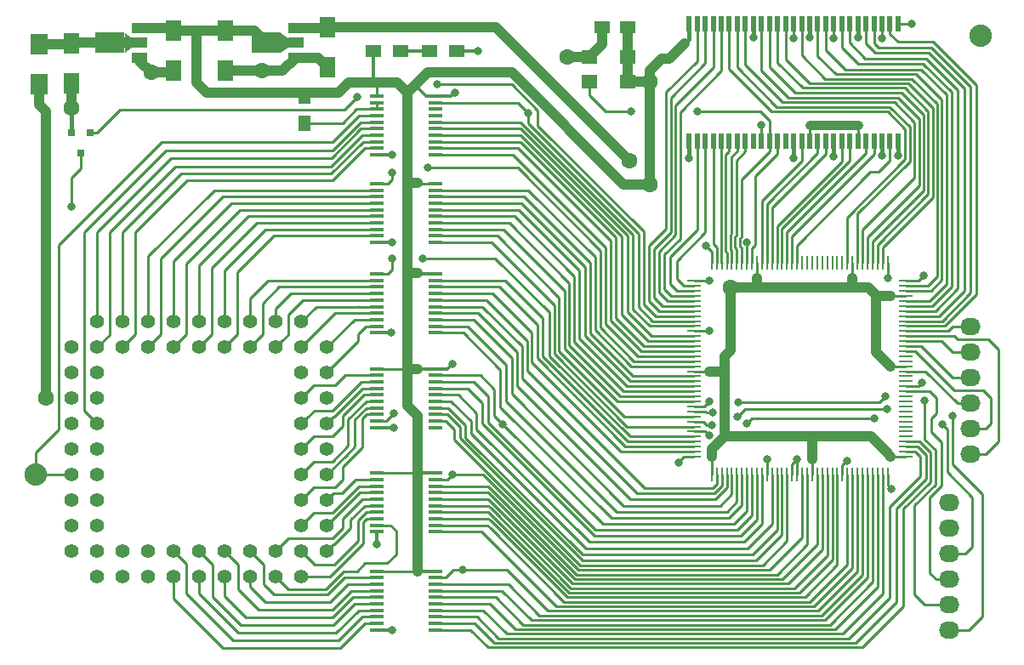
<source format=gbr>
G04 #@! TF.GenerationSoftware,KiCad,Pcbnew,(2017-11-24 revision a01d81e4b)-master*
G04 #@! TF.CreationDate,2018-01-27T17:30:05+01:00*
G04 #@! TF.ProjectId,phram_1,706872616D5F312E6B696361645F7063,rev?*
G04 #@! TF.SameCoordinates,Original*
G04 #@! TF.FileFunction,Copper,L1,Top,Signal*
G04 #@! TF.FilePolarity,Positive*
%FSLAX46Y46*%
G04 Gerber Fmt 4.6, Leading zero omitted, Abs format (unit mm)*
G04 Created by KiCad (PCBNEW (2017-11-24 revision a01d81e4b)-master) date Sat Jan 27 17:30:05 2018*
%MOMM*%
%LPD*%
G01*
G04 APERTURE LIST*
%ADD10C,1.400000*%
%ADD11R,0.548000X1.520000*%
%ADD12R,1.450000X0.450000*%
%ADD13R,0.250000X1.450000*%
%ADD14R,1.450000X0.250000*%
%ADD15R,1.600000X2.000000*%
%ADD16R,1.501140X1.000760*%
%ADD17R,2.999740X1.998980*%
%ADD18C,0.749300*%
%ADD19C,0.100000*%
%ADD20R,1.500000X1.250000*%
%ADD21O,2.032000X1.727200*%
%ADD22R,0.800100X0.800100*%
%ADD23R,1.600000X1.350000*%
%ADD24C,2.235200*%
%ADD25R,1.500000X1.300000*%
%ADD26R,1.300000X1.500000*%
%ADD27R,1.700000X2.000000*%
%ADD28C,0.800000*%
%ADD29C,1.600000*%
%ADD30C,0.254000*%
%ADD31C,1.000000*%
%ADD32C,0.300000*%
%ADD33C,0.900000*%
%ADD34C,0.400000*%
G04 APERTURE END LIST*
D10*
X68780000Y-82305000D03*
X66240000Y-84845000D03*
X66240000Y-82305000D03*
X63700000Y-84845000D03*
X63700000Y-82305000D03*
X61160000Y-84845000D03*
X61160000Y-82305000D03*
X58620000Y-84845000D03*
X58620000Y-82305000D03*
X56080000Y-84845000D03*
X58620000Y-87385000D03*
X56080000Y-87385000D03*
X58620000Y-89925000D03*
X56080000Y-89925000D03*
X58620000Y-92465000D03*
X56080000Y-92465000D03*
X58620000Y-95005000D03*
X56080000Y-95005000D03*
X58620000Y-97545000D03*
X56080000Y-97545000D03*
X58620000Y-100085000D03*
X56080000Y-100085000D03*
X58620000Y-102625000D03*
X56080000Y-102625000D03*
X58620000Y-105165000D03*
X56080000Y-105165000D03*
X58620000Y-107705000D03*
X61160000Y-105165000D03*
X61160000Y-107705000D03*
X63700000Y-105165000D03*
X63700000Y-107705000D03*
X66240000Y-105165000D03*
X66240000Y-107705000D03*
X68780000Y-105165000D03*
X68780000Y-107705000D03*
X71320000Y-105165000D03*
X71320000Y-107705000D03*
X73860000Y-105165000D03*
X73860000Y-107705000D03*
X76400000Y-105165000D03*
X76400000Y-107705000D03*
X78940000Y-105165000D03*
X78940000Y-107705000D03*
X81480000Y-105165000D03*
X78940000Y-102625000D03*
X81480000Y-102625000D03*
X78940000Y-100085000D03*
X81480000Y-100085000D03*
X78940000Y-97545000D03*
X81480000Y-97545000D03*
X78940000Y-95005000D03*
X81480000Y-95005000D03*
X78940000Y-92465000D03*
X81480000Y-92465000D03*
X78940000Y-89925000D03*
X81480000Y-89925000D03*
X78940000Y-87385000D03*
X81480000Y-87385000D03*
X78940000Y-84845000D03*
X81480000Y-84845000D03*
X78940000Y-82305000D03*
X76400000Y-84845000D03*
X76400000Y-82305000D03*
X73860000Y-84845000D03*
X73860000Y-82305000D03*
X71320000Y-84845000D03*
X71320000Y-82305000D03*
X68780000Y-84845000D03*
D11*
X138355000Y-52620000D03*
X137555000Y-52620000D03*
X136755000Y-52620000D03*
X135955000Y-52620000D03*
X135155000Y-52620000D03*
X134355000Y-52620000D03*
X133555000Y-52620000D03*
X132755000Y-52620000D03*
X131955000Y-52620000D03*
X131155000Y-52620000D03*
X130355000Y-52620000D03*
X129555000Y-52620000D03*
X128755000Y-52620000D03*
X127955000Y-52620000D03*
X127155000Y-52620000D03*
X126355000Y-52620000D03*
X125555000Y-52620000D03*
X124755000Y-52620000D03*
X123955000Y-52620000D03*
X123155000Y-52620000D03*
X122355000Y-52620000D03*
X121555000Y-52620000D03*
X120755000Y-52620000D03*
X119955000Y-52620000D03*
X119155000Y-52620000D03*
X118355000Y-52620000D03*
X117555000Y-52620000D03*
X117555000Y-64300000D03*
X118355000Y-64300000D03*
X119155000Y-64300000D03*
X119955000Y-64300000D03*
X120755000Y-64300000D03*
X121555000Y-64300000D03*
X122355000Y-64300000D03*
X123155000Y-64300000D03*
X123955000Y-64300000D03*
X124755000Y-64300000D03*
X125555000Y-64300000D03*
X126355000Y-64300000D03*
X127155000Y-64300000D03*
X127955000Y-64300000D03*
X128755000Y-64300000D03*
X129555000Y-64300000D03*
X130355000Y-64300000D03*
X131155000Y-64300000D03*
X131955000Y-64300000D03*
X132755000Y-64300000D03*
X133555000Y-64300000D03*
X134355000Y-64300000D03*
X135155000Y-64300000D03*
X135955000Y-64300000D03*
X136755000Y-64300000D03*
X137555000Y-64300000D03*
X138355000Y-64300000D03*
D12*
X86420000Y-107135000D03*
X86420000Y-107785000D03*
X86420000Y-108435000D03*
X86420000Y-109085000D03*
X86420000Y-109735000D03*
X86420000Y-110385000D03*
X86420000Y-111035000D03*
X86420000Y-111685000D03*
X86420000Y-112335000D03*
X86420000Y-112985000D03*
X92320000Y-112985000D03*
X92320000Y-112335000D03*
X92320000Y-111685000D03*
X92320000Y-111035000D03*
X92320000Y-110385000D03*
X92320000Y-109735000D03*
X92320000Y-109085000D03*
X92320000Y-108435000D03*
X92320000Y-107785000D03*
X92320000Y-107135000D03*
X86420000Y-97375000D03*
X86420000Y-98025000D03*
X86420000Y-98675000D03*
X86420000Y-99325000D03*
X86420000Y-99975000D03*
X86420000Y-100625000D03*
X86420000Y-101275000D03*
X86420000Y-101925000D03*
X86420000Y-102575000D03*
X86420000Y-103225000D03*
X92320000Y-103225000D03*
X92320000Y-102575000D03*
X92320000Y-101925000D03*
X92320000Y-101275000D03*
X92320000Y-100625000D03*
X92320000Y-99975000D03*
X92320000Y-99325000D03*
X92320000Y-98675000D03*
X92320000Y-98025000D03*
X92320000Y-97375000D03*
X86420000Y-86985000D03*
X86420000Y-87635000D03*
X86420000Y-88285000D03*
X86420000Y-88935000D03*
X86420000Y-89585000D03*
X86420000Y-90235000D03*
X86420000Y-90885000D03*
X86420000Y-91535000D03*
X86420000Y-92185000D03*
X86420000Y-92835000D03*
X92320000Y-92835000D03*
X92320000Y-92185000D03*
X92320000Y-91535000D03*
X92320000Y-90885000D03*
X92320000Y-90235000D03*
X92320000Y-89585000D03*
X92320000Y-88935000D03*
X92320000Y-88285000D03*
X92320000Y-87635000D03*
X92320000Y-86985000D03*
X86420000Y-59845000D03*
X86420000Y-60495000D03*
X86420000Y-61145000D03*
X86420000Y-61795000D03*
X86420000Y-62445000D03*
X86420000Y-63095000D03*
X86420000Y-63745000D03*
X86420000Y-64395000D03*
X86420000Y-65045000D03*
X86420000Y-65695000D03*
X92320000Y-65695000D03*
X92320000Y-65045000D03*
X92320000Y-64395000D03*
X92320000Y-63745000D03*
X92320000Y-63095000D03*
X92320000Y-62445000D03*
X92320000Y-61795000D03*
X92320000Y-61145000D03*
X92320000Y-60495000D03*
X92320000Y-59845000D03*
X86420000Y-77555000D03*
X86420000Y-78205000D03*
X86420000Y-78855000D03*
X86420000Y-79505000D03*
X86420000Y-80155000D03*
X86420000Y-80805000D03*
X86420000Y-81455000D03*
X86420000Y-82105000D03*
X86420000Y-82755000D03*
X86420000Y-83405000D03*
X92320000Y-83405000D03*
X92320000Y-82755000D03*
X92320000Y-82105000D03*
X92320000Y-81455000D03*
X92320000Y-80805000D03*
X92320000Y-80155000D03*
X92320000Y-79505000D03*
X92320000Y-78855000D03*
X92320000Y-78205000D03*
X92320000Y-77555000D03*
X86420000Y-68575000D03*
X86420000Y-69225000D03*
X86420000Y-69875000D03*
X86420000Y-70525000D03*
X86420000Y-71175000D03*
X86420000Y-71825000D03*
X86420000Y-72475000D03*
X86420000Y-73125000D03*
X86420000Y-73775000D03*
X86420000Y-74425000D03*
X92320000Y-74425000D03*
X92320000Y-73775000D03*
X92320000Y-73125000D03*
X92320000Y-72475000D03*
X92320000Y-71825000D03*
X92320000Y-71175000D03*
X92320000Y-70525000D03*
X92320000Y-69875000D03*
X92320000Y-69225000D03*
X92320000Y-68575000D03*
D13*
X137305000Y-76445000D03*
X136805000Y-76445000D03*
X136305000Y-76445000D03*
X135805000Y-76445000D03*
X135305000Y-76445000D03*
X134805000Y-76445000D03*
X134305000Y-76445000D03*
X133805000Y-76445000D03*
X133305000Y-76445000D03*
X132805000Y-76445000D03*
X132305000Y-76445000D03*
X131805000Y-76445000D03*
X131305000Y-76445000D03*
X130805000Y-76445000D03*
X130305000Y-76445000D03*
X129805000Y-76445000D03*
X129305000Y-76445000D03*
X128805000Y-76445000D03*
X128305000Y-76445000D03*
X127805000Y-76445000D03*
X127305000Y-76445000D03*
X126805000Y-76445000D03*
X126305000Y-76445000D03*
X125805000Y-76445000D03*
X125305000Y-76445000D03*
X124805000Y-76445000D03*
X124305000Y-76445000D03*
X123805000Y-76445000D03*
X123305000Y-76445000D03*
X122805000Y-76445000D03*
X122305000Y-76445000D03*
X121805000Y-76445000D03*
X121305000Y-76445000D03*
X120805000Y-76445000D03*
X120305000Y-76445000D03*
X119805000Y-76445000D03*
D14*
X118005000Y-78245000D03*
X118005000Y-78745000D03*
X118005000Y-79245000D03*
X118005000Y-79745000D03*
X118005000Y-80245000D03*
X118005000Y-80745000D03*
X118005000Y-81245000D03*
X118005000Y-81745000D03*
X118005000Y-82245000D03*
X118005000Y-82745000D03*
X118005000Y-83245000D03*
X118005000Y-83745000D03*
X118005000Y-84245000D03*
X118005000Y-84745000D03*
X118005000Y-85245000D03*
X118005000Y-85745000D03*
X118005000Y-86245000D03*
X118005000Y-86745000D03*
X118005000Y-87245000D03*
X118005000Y-87745000D03*
X118005000Y-88245000D03*
X118005000Y-88745000D03*
X118005000Y-89245000D03*
X118005000Y-89745000D03*
X118005000Y-90245000D03*
X118005000Y-90745000D03*
X118005000Y-91245000D03*
X118005000Y-91745000D03*
X118005000Y-92245000D03*
X118005000Y-92745000D03*
X118005000Y-93245000D03*
X118005000Y-93745000D03*
X118005000Y-94245000D03*
X118005000Y-94745000D03*
X118005000Y-95245000D03*
X118005000Y-95745000D03*
D13*
X119805000Y-97545000D03*
X120305000Y-97545000D03*
X120805000Y-97545000D03*
X121305000Y-97545000D03*
X121805000Y-97545000D03*
X122305000Y-97545000D03*
X122805000Y-97545000D03*
X123305000Y-97545000D03*
X123805000Y-97545000D03*
X124305000Y-97545000D03*
X124805000Y-97545000D03*
X125305000Y-97545000D03*
X125805000Y-97545000D03*
X126305000Y-97545000D03*
X126805000Y-97545000D03*
X127305000Y-97545000D03*
X127805000Y-97545000D03*
X128305000Y-97545000D03*
X128805000Y-97545000D03*
X129305000Y-97545000D03*
X129805000Y-97545000D03*
X130305000Y-97545000D03*
X130805000Y-97545000D03*
X131305000Y-97545000D03*
X131805000Y-97545000D03*
X132305000Y-97545000D03*
X132805000Y-97545000D03*
X133305000Y-97545000D03*
X133805000Y-97545000D03*
X134305000Y-97545000D03*
X134805000Y-97545000D03*
X135305000Y-97545000D03*
X135805000Y-97545000D03*
X136305000Y-97545000D03*
X136805000Y-97545000D03*
X137305000Y-97545000D03*
D14*
X139105000Y-95745000D03*
X139105000Y-95245000D03*
X139105000Y-94745000D03*
X139105000Y-94245000D03*
X139105000Y-93745000D03*
X139105000Y-93245000D03*
X139105000Y-92745000D03*
X139105000Y-92245000D03*
X139105000Y-91745000D03*
X139105000Y-91245000D03*
X139105000Y-90745000D03*
X139105000Y-90245000D03*
X139105000Y-89745000D03*
X139105000Y-89245000D03*
X139105000Y-88745000D03*
X139105000Y-88245000D03*
X139105000Y-87745000D03*
X139105000Y-87245000D03*
X139105000Y-86745000D03*
X139105000Y-86245000D03*
X139105000Y-85745000D03*
X139105000Y-85245000D03*
X139105000Y-84745000D03*
X139105000Y-84245000D03*
X139105000Y-83745000D03*
X139105000Y-83245000D03*
X139105000Y-82745000D03*
X139105000Y-82245000D03*
X139105000Y-81745000D03*
X139105000Y-81245000D03*
X139105000Y-80745000D03*
X139105000Y-80245000D03*
X139105000Y-79745000D03*
X139105000Y-79245000D03*
X139105000Y-78745000D03*
X139105000Y-78245000D03*
D15*
X71415000Y-53350000D03*
X71415000Y-57350000D03*
X81575000Y-53000000D03*
X81575000Y-57000000D03*
X56080000Y-54620000D03*
X56080000Y-58620000D03*
X66240000Y-53350000D03*
X66240000Y-57350000D03*
D16*
X78400000Y-56056140D03*
X78400000Y-54555000D03*
X78400000Y-53053860D03*
D17*
X75448520Y-54555000D03*
D18*
X77297640Y-54555000D03*
D19*
G36*
X76922990Y-53554240D02*
X77672290Y-54054620D01*
X77672290Y-55055380D01*
X76922990Y-55555760D01*
X76922990Y-53554240D01*
X76922990Y-53554240D01*
G37*
D16*
X62841480Y-56056140D03*
X62841480Y-54555000D03*
X62841480Y-53053860D03*
D17*
X59890000Y-54555000D03*
D18*
X61739120Y-54555000D03*
D19*
G36*
X61364470Y-53554240D02*
X62113770Y-54054620D01*
X62113770Y-55055380D01*
X61364470Y-55555760D01*
X61364470Y-53554240D01*
X61364470Y-53554240D01*
G37*
D20*
X111400000Y-53000000D03*
X108900000Y-53000000D03*
D21*
X143415000Y-100330000D03*
X143415000Y-102870000D03*
X143415000Y-105410000D03*
X143415000Y-107950000D03*
X143415000Y-110490000D03*
X143415000Y-113030000D03*
D22*
X57935000Y-63509240D03*
X56035000Y-63509240D03*
X56985000Y-65508220D03*
D23*
X111400000Y-55950000D03*
X107600000Y-55950000D03*
X107600000Y-58450000D03*
X111400000Y-58450000D03*
D21*
X145542000Y-82804000D03*
X145542000Y-85344000D03*
X145542000Y-87884000D03*
X145542000Y-90424000D03*
X145542000Y-92964000D03*
X145542000Y-95504000D03*
D24*
X146558000Y-53848000D03*
D25*
X94394000Y-55372000D03*
X91694000Y-55372000D03*
D26*
X79248000Y-59864000D03*
X79248000Y-62564000D03*
D25*
X86106000Y-55372000D03*
X88806000Y-55372000D03*
D27*
X52832000Y-58642000D03*
X52832000Y-54642000D03*
D24*
X52500000Y-97545000D03*
D28*
X90500000Y-77500000D03*
X90500000Y-68500000D03*
X139700000Y-52620000D03*
X136755000Y-54102000D03*
X127955000Y-54102000D03*
X131955000Y-54102000D03*
X134355000Y-62738000D03*
X129555000Y-62738000D03*
X124755000Y-62738000D03*
X117094000Y-54610000D03*
D29*
X113600000Y-58450000D03*
X113600000Y-68616397D03*
X121700000Y-78900000D03*
D28*
X90500000Y-107135000D03*
X90500000Y-97375000D03*
X94000000Y-86500000D03*
X94228904Y-59482072D03*
X137630000Y-86745000D03*
X137630000Y-79745000D03*
X119596000Y-87245000D03*
X119805000Y-95720000D03*
X129805000Y-95974000D03*
X133805000Y-77940000D03*
X124305000Y-77940000D03*
X137630000Y-95745000D03*
X137675896Y-98925101D03*
X133264319Y-96132275D03*
X88138000Y-92835000D03*
X96520000Y-55372000D03*
X87884000Y-83405000D03*
D29*
X105400000Y-55950000D03*
D28*
X140745037Y-88385209D03*
X116500000Y-96300000D03*
X119558858Y-90283775D03*
X134355000Y-54000000D03*
X129555000Y-54000000D03*
X123955000Y-54000000D03*
X138355000Y-65800000D03*
X136755000Y-65800000D03*
X131955000Y-65900000D03*
X127955000Y-66000000D03*
X117555000Y-66000000D03*
X123305000Y-74400000D03*
X88000000Y-112985000D03*
X86420000Y-104500000D03*
X88000000Y-74425000D03*
X88000000Y-65695000D03*
D29*
X64000000Y-57500000D03*
X75000000Y-57350000D03*
D28*
X119596000Y-83245000D03*
X128305000Y-95974000D03*
X140932000Y-77686000D03*
X119215000Y-74765000D03*
D29*
X56080000Y-61065000D03*
X111615300Y-66299035D03*
D28*
X119596000Y-78245000D03*
X125305000Y-95974000D03*
X137305000Y-77940000D03*
X111800000Y-61400000D03*
X118400000Y-61400000D03*
D29*
X53500000Y-89925000D03*
D28*
X84500725Y-59969856D03*
X92494210Y-58705325D03*
X56080000Y-70860000D03*
X123277005Y-92460216D03*
X142742213Y-92513827D03*
X136000000Y-91900000D03*
X119584157Y-93645736D03*
X141027590Y-90197368D03*
X122460141Y-90288260D03*
X137100000Y-89700000D03*
X119867422Y-91379621D03*
X143761611Y-91703143D03*
X122358488Y-91735609D03*
X137300000Y-91000000D03*
X119800000Y-92600000D03*
X91000000Y-76000000D03*
X88000000Y-76000000D03*
X91500000Y-67000000D03*
X87995000Y-67500000D03*
X95000000Y-107000000D03*
X94000000Y-97500000D03*
X99000000Y-92500000D03*
X101500000Y-61500000D03*
X88138000Y-91440000D03*
D30*
X86420000Y-97375000D02*
X90500000Y-97375000D01*
D31*
X89500000Y-87000000D02*
X89500000Y-90678000D01*
X90500000Y-97375000D02*
X90500000Y-91678000D01*
X90500000Y-91678000D02*
X89500000Y-90678000D01*
D30*
X86420000Y-107135000D02*
X90500000Y-107135000D01*
D31*
X90500000Y-97375000D02*
X90500000Y-107135000D01*
D32*
X86106000Y-55372000D02*
X86106000Y-58106000D01*
D30*
X86106000Y-58106000D02*
X86500000Y-58500000D01*
D31*
X69500000Y-59500000D02*
X80010000Y-59500000D01*
X80010000Y-59500000D02*
X82658014Y-59500000D01*
D30*
X79248000Y-59864000D02*
X79646000Y-59864000D01*
X79646000Y-59864000D02*
X80010000Y-59500000D01*
D31*
X68500000Y-53350000D02*
X68500000Y-58500000D01*
X82658014Y-59500000D02*
X83658014Y-58500000D01*
X68500000Y-58500000D02*
X69500000Y-59500000D01*
X83658014Y-58500000D02*
X85852000Y-58500000D01*
X85852000Y-58500000D02*
X86500000Y-58500000D01*
D33*
X129555000Y-62738000D02*
X134355000Y-62738000D01*
D30*
X138355000Y-52620000D02*
X139700000Y-52620000D01*
X136755000Y-52620000D02*
X136755000Y-54102000D01*
X127955000Y-52620000D02*
X127955000Y-54102000D01*
X131955000Y-52620000D02*
X131955000Y-54102000D01*
X134355000Y-64300000D02*
X134355000Y-62738000D01*
X129555000Y-64300000D02*
X129555000Y-62738000D01*
X124755000Y-64300000D02*
X124755000Y-62738000D01*
D34*
X117555000Y-54149000D02*
X117094000Y-54610000D01*
D31*
X115570000Y-56134000D02*
X117094000Y-54610000D01*
D34*
X117555000Y-54149000D02*
X117555000Y-53634000D01*
D31*
X114784630Y-56134000D02*
X115570000Y-56134000D01*
X113600000Y-58450000D02*
X113600000Y-57318630D01*
X113600000Y-57318630D02*
X114784630Y-56134000D01*
D34*
X117555000Y-53634000D02*
X117555000Y-52620000D01*
D31*
X111400000Y-55950000D02*
X111400000Y-53000000D01*
X111400000Y-58450000D02*
X111400000Y-55950000D01*
X113600000Y-68616397D02*
X113600000Y-58450000D01*
X111021558Y-68616397D02*
X113600000Y-68616397D01*
X111400000Y-58450000D02*
X113600000Y-58450000D01*
X91500000Y-57500000D02*
X99905161Y-57500000D01*
X90000000Y-59000000D02*
X91500000Y-57500000D01*
X99905161Y-57500000D02*
X111021558Y-68616397D01*
X121051509Y-93748491D02*
X121051509Y-87245000D01*
X121051509Y-87245000D02*
X121051509Y-85789491D01*
X119596000Y-87245000D02*
X121051509Y-87245000D01*
X121051509Y-85789491D02*
X121700000Y-85141000D01*
X129800000Y-93748491D02*
X121051509Y-93748491D01*
X121051509Y-93748491D02*
X119805000Y-94995000D01*
X119805000Y-94995000D02*
X119805000Y-95720000D01*
X129800000Y-93748491D02*
X135633491Y-93748491D01*
X129805000Y-95974000D02*
X129805000Y-93753491D01*
D30*
X129805000Y-93753491D02*
X129800000Y-93748491D01*
D31*
X137230001Y-95345001D02*
X137630000Y-95745000D01*
X135633491Y-93748491D02*
X137230001Y-95345001D01*
X121700000Y-85141000D02*
X121700000Y-78900000D01*
X137630000Y-79745000D02*
X136245000Y-79745000D01*
X136245000Y-79745000D02*
X136200000Y-79700000D01*
X124200000Y-78900000D02*
X133700000Y-78900000D01*
X133700000Y-78900000D02*
X135400000Y-78900000D01*
X133805000Y-77940000D02*
X133805000Y-78795000D01*
X133805000Y-78795000D02*
X133700000Y-78900000D01*
X121700000Y-78900000D02*
X124200000Y-78900000D01*
X124305000Y-77940000D02*
X124305000Y-78795000D01*
X124305000Y-78795000D02*
X124200000Y-78900000D01*
X136200000Y-79700000D02*
X136200000Y-85315000D01*
X136200000Y-85315000D02*
X137630000Y-86745000D01*
X135400000Y-78900000D02*
X136200000Y-79700000D01*
D32*
X92320000Y-107135000D02*
X90500000Y-107135000D01*
X92320000Y-97375000D02*
X90500000Y-97375000D01*
X93515000Y-86985000D02*
X94000000Y-86500000D01*
X92320000Y-86985000D02*
X93515000Y-86985000D01*
X93865976Y-59845000D02*
X94228904Y-59482072D01*
X92320000Y-59845000D02*
X93865976Y-59845000D01*
D30*
X86420000Y-86985000D02*
X89485000Y-86985000D01*
X89485000Y-86985000D02*
X89500000Y-87000000D01*
D32*
X92320000Y-86985000D02*
X90515000Y-86985000D01*
D30*
X90515000Y-86985000D02*
X90500000Y-87000000D01*
D32*
X92320000Y-77555000D02*
X90555000Y-77555000D01*
D30*
X90555000Y-77555000D02*
X90500000Y-77500000D01*
X92320000Y-68575000D02*
X90575000Y-68575000D01*
X90575000Y-68575000D02*
X90500000Y-68500000D01*
D31*
X89500000Y-68500000D02*
X90500000Y-68500000D01*
X86500000Y-58500000D02*
X88500000Y-58500000D01*
D30*
X86420000Y-59845000D02*
X86420000Y-58580000D01*
X86420000Y-58580000D02*
X86500000Y-58500000D01*
D32*
X91341000Y-59845000D02*
X90496000Y-59000000D01*
D31*
X90000000Y-59000000D02*
X89500000Y-59500000D01*
D32*
X92320000Y-59845000D02*
X91341000Y-59845000D01*
D30*
X90496000Y-59000000D02*
X90000000Y-59000000D01*
D31*
X89500000Y-68500000D02*
X89500000Y-77500000D01*
X89500000Y-77500000D02*
X89500000Y-87000000D01*
X89500000Y-87000000D02*
X90500000Y-87000000D01*
X89500000Y-77500000D02*
X90500000Y-77500000D01*
X89500000Y-65500000D02*
X89500000Y-68500000D01*
X89500000Y-59500000D02*
X89500000Y-65500000D01*
X88500000Y-58500000D02*
X89500000Y-59500000D01*
X68500000Y-53350000D02*
X71394983Y-53350000D01*
X66240000Y-53350000D02*
X68500000Y-53350000D01*
X71394983Y-53350000D02*
X71408708Y-53363725D01*
D30*
X139105000Y-86745000D02*
X137630000Y-86745000D01*
X139105000Y-79745000D02*
X137630000Y-79745000D01*
X118005000Y-87245000D02*
X119596000Y-87245000D01*
X119805000Y-97545000D02*
X119805000Y-95720000D01*
X129805000Y-97545000D02*
X129805000Y-95974000D01*
X133805000Y-76445000D02*
X133805000Y-77940000D01*
X124305000Y-76445000D02*
X124305000Y-77940000D01*
X139105000Y-95745000D02*
X137630000Y-95745000D01*
D31*
X71415000Y-53350000D02*
X74243520Y-53350000D01*
X74243520Y-53350000D02*
X75448520Y-54555000D01*
X62841480Y-53053860D02*
X65943860Y-53053860D01*
X65943860Y-53053860D02*
X66240000Y-53350000D01*
D30*
X86420000Y-111685000D02*
X84997016Y-111685000D01*
X82643365Y-114038651D02*
X72128651Y-114038651D01*
X84997016Y-111685000D02*
X82643365Y-114038651D01*
X72128651Y-114038651D02*
X67502486Y-109412486D01*
X67502486Y-109412486D02*
X67502486Y-106427486D01*
X67502486Y-106427486D02*
X66240000Y-105165000D01*
X66240000Y-107705000D02*
X66240000Y-109928000D01*
X66240000Y-109928000D02*
X71098495Y-114786495D01*
X71098495Y-114786495D02*
X82857031Y-114786495D01*
X82857031Y-114786495D02*
X85308526Y-112335000D01*
X85308526Y-112335000D02*
X86420000Y-112335000D01*
X68780000Y-105165000D02*
X70104000Y-106489000D01*
X70104000Y-106489000D02*
X70104000Y-109728000D01*
X70104000Y-109728000D02*
X72918964Y-112542964D01*
X72918964Y-112542964D02*
X82144429Y-112542964D01*
X82144429Y-112542964D02*
X84302393Y-110385000D01*
X84302393Y-110385000D02*
X86420000Y-110385000D01*
X68780000Y-107705000D02*
X68780000Y-109420000D01*
X68780000Y-109420000D02*
X72638548Y-113278548D01*
X72638548Y-113278548D02*
X82421500Y-113278548D01*
X82421500Y-113278548D02*
X84665048Y-111035000D01*
X84665048Y-111035000D02*
X86420000Y-111035000D01*
X86420000Y-109085000D02*
X83961359Y-109085000D01*
X83961359Y-109085000D02*
X82035862Y-111010497D01*
X82035862Y-111010497D02*
X74688497Y-111010497D01*
X74688497Y-111010497D02*
X72644000Y-108966000D01*
X72644000Y-108966000D02*
X72644000Y-106489000D01*
X72644000Y-106489000D02*
X71320000Y-105165000D01*
X71320000Y-107705000D02*
X71320000Y-109674000D01*
X84062485Y-109735000D02*
X86420000Y-109735000D01*
X71320000Y-109674000D02*
X73404341Y-111758341D01*
X73404341Y-111758341D02*
X82039144Y-111758341D01*
X82039144Y-111758341D02*
X84062485Y-109735000D01*
X86420000Y-107785000D02*
X83279773Y-107785000D01*
X83279773Y-107785000D02*
X81563052Y-109501721D01*
X75184000Y-106489000D02*
X73860000Y-105165000D01*
X81563052Y-109501721D02*
X76227721Y-109501721D01*
X76227721Y-109501721D02*
X75184000Y-108458000D01*
X75184000Y-108458000D02*
X75184000Y-106489000D01*
X86420000Y-108435000D02*
X83609678Y-108435000D01*
X83609678Y-108435000D02*
X81803840Y-110240838D01*
X81803840Y-110240838D02*
X75405889Y-110240838D01*
X75405889Y-110240838D02*
X73860000Y-108694949D01*
X73860000Y-108694949D02*
X73860000Y-107705000D01*
X137305000Y-98554205D02*
X137675896Y-98925101D01*
X137305000Y-97545000D02*
X137305000Y-98554205D01*
X133238725Y-96132275D02*
X133264319Y-96132275D01*
X132805000Y-96566000D02*
X133238725Y-96132275D01*
X132805000Y-97545000D02*
X132805000Y-96566000D01*
D32*
X86420000Y-92835000D02*
X88138000Y-92835000D01*
X94394000Y-55372000D02*
X96520000Y-55372000D01*
X86420000Y-83405000D02*
X87884000Y-83405000D01*
D31*
X107600000Y-55950000D02*
X105400000Y-55950000D01*
X108900000Y-53000000D02*
X108900000Y-54650000D01*
X108900000Y-54650000D02*
X107600000Y-55950000D01*
D30*
X140385246Y-88745000D02*
X140745037Y-88385209D01*
X139105000Y-88745000D02*
X140385246Y-88745000D01*
X117026000Y-95745000D02*
X116500000Y-96271000D01*
X116500000Y-96271000D02*
X116500000Y-96300000D01*
X118005000Y-95745000D02*
X117026000Y-95745000D01*
X119158859Y-90683774D02*
X119558858Y-90283775D01*
X119097633Y-90745000D02*
X119158859Y-90683774D01*
X118005000Y-90745000D02*
X119097633Y-90745000D01*
D34*
X134355000Y-52620000D02*
X134355000Y-54000000D01*
X129555000Y-52620000D02*
X129555000Y-54000000D01*
X123955000Y-52620000D02*
X123955000Y-54000000D01*
X138355000Y-64300000D02*
X138355000Y-65800000D01*
X136755000Y-64300000D02*
X136755000Y-65800000D01*
X131955000Y-64300000D02*
X131955000Y-65900000D01*
X127955000Y-64300000D02*
X127955000Y-66000000D01*
X117555000Y-64300000D02*
X117555000Y-66000000D01*
D30*
X123305000Y-76445000D02*
X123305000Y-74400000D01*
D32*
X86420000Y-112985000D02*
X88000000Y-112985000D01*
X86420000Y-103225000D02*
X86420000Y-104500000D01*
X86420000Y-74425000D02*
X88000000Y-74425000D01*
X86420000Y-65695000D02*
X88000000Y-65695000D01*
D31*
X78400000Y-56056140D02*
X80631140Y-56056140D01*
X80631140Y-56056140D02*
X81575000Y-57000000D01*
X64000000Y-57500000D02*
X66090000Y-57500000D01*
X66090000Y-57500000D02*
X66240000Y-57350000D01*
X62841480Y-56341480D02*
X64000000Y-57500000D01*
X62841480Y-56056140D02*
X62841480Y-56341480D01*
X75000000Y-57350000D02*
X77106140Y-57350000D01*
X77106140Y-57350000D02*
X78400000Y-56056140D01*
X71415000Y-57350000D02*
X75000000Y-57350000D01*
D30*
X118005000Y-83245000D02*
X119596000Y-83245000D01*
X127805000Y-97545000D02*
X127805000Y-96474000D01*
X127805000Y-96474000D02*
X128305000Y-95974000D01*
X128305000Y-97545000D02*
X128305000Y-95974000D01*
X139105000Y-78245000D02*
X140373000Y-78245000D01*
X140373000Y-78245000D02*
X140932000Y-77686000D01*
X119805000Y-75355000D02*
X119215000Y-74765000D01*
X119805000Y-76445000D02*
X119805000Y-75355000D01*
D34*
X56080000Y-61065000D02*
X56080000Y-63464240D01*
D31*
X56080000Y-58620000D02*
X56080000Y-61065000D01*
D30*
X135305000Y-97545000D02*
X135305000Y-107772897D01*
X135305000Y-107772897D02*
X131061748Y-112016149D01*
X131061748Y-112016149D02*
X101856149Y-112016149D01*
X101856149Y-112016149D02*
X98925000Y-109085000D01*
X98925000Y-109085000D02*
X92320000Y-109085000D01*
X134805000Y-97545000D02*
X134805000Y-107492667D01*
X134805000Y-107492667D02*
X130735529Y-111562138D01*
X130735529Y-111562138D02*
X102672138Y-111562138D01*
X102672138Y-111562138D02*
X99545000Y-108435000D01*
X99545000Y-108435000D02*
X92320000Y-108435000D01*
X136305000Y-97545000D02*
X136305000Y-108735293D01*
X136305000Y-108735293D02*
X132116122Y-112924171D01*
X132116122Y-112924171D02*
X100224171Y-112924171D01*
X100224171Y-112924171D02*
X97685000Y-110385000D01*
X97685000Y-110385000D02*
X92320000Y-110385000D01*
X135805000Y-97545000D02*
X135805000Y-108218630D01*
X135805000Y-108218630D02*
X131553470Y-112470160D01*
X131553470Y-112470160D02*
X101040160Y-112470160D01*
X101040160Y-112470160D02*
X98305000Y-109735000D01*
X98305000Y-109735000D02*
X92320000Y-109735000D01*
X139105000Y-95245000D02*
X140084000Y-95245000D01*
X140084000Y-95245000D02*
X140596907Y-95757907D01*
X140596907Y-95757907D02*
X140596907Y-97696911D01*
X96445000Y-111685000D02*
X92320000Y-111685000D01*
X140596907Y-97696911D02*
X137521417Y-100772401D01*
X137521417Y-100772401D02*
X137521417Y-109796468D01*
X137521417Y-109796468D02*
X133485692Y-113832193D01*
X98592193Y-113832193D02*
X96445000Y-111685000D01*
X133485692Y-113832193D02*
X98592193Y-113832193D01*
X136805000Y-97545000D02*
X136805000Y-109417461D01*
X136805000Y-109417461D02*
X132844279Y-113378182D01*
X132844279Y-113378182D02*
X99408182Y-113378182D01*
X99408182Y-113378182D02*
X97065000Y-111035000D01*
X97065000Y-111035000D02*
X92320000Y-111035000D01*
X139105000Y-94245000D02*
X140491866Y-94245000D01*
X140491866Y-94245000D02*
X141591978Y-95345112D01*
X141591978Y-95345112D02*
X141591978Y-98254112D01*
X141591978Y-98254112D02*
X138900000Y-100946090D01*
X138900000Y-100946090D02*
X138900000Y-110660497D01*
X138900000Y-110660497D02*
X134820282Y-114740215D01*
X134820282Y-114740215D02*
X97545215Y-114740215D01*
X97545215Y-114740215D02*
X95790000Y-112985000D01*
X93299000Y-112985000D02*
X92320000Y-112985000D01*
X95790000Y-112985000D02*
X93299000Y-112985000D01*
X139105000Y-94745000D02*
X140284633Y-94745000D01*
X140284633Y-94745000D02*
X141137967Y-95598334D01*
X138218803Y-100895803D02*
X138218803Y-110200000D01*
X141137967Y-95598334D02*
X141137967Y-97976639D01*
X93299000Y-112335000D02*
X92320000Y-112335000D01*
X141137967Y-97976639D02*
X138218803Y-100895803D01*
X98113174Y-114286204D02*
X96161970Y-112335000D01*
X138218803Y-110200000D02*
X134132599Y-114286204D01*
X96161970Y-112335000D02*
X93299000Y-112335000D01*
X134132599Y-114286204D02*
X98113174Y-114286204D01*
X76400000Y-105165000D02*
X77679000Y-103886000D01*
X83058000Y-101963715D02*
X85046715Y-99975000D01*
X77679000Y-103886000D02*
X82042000Y-103886000D01*
X82042000Y-103886000D02*
X83058000Y-102870000D01*
X83058000Y-102870000D02*
X83058000Y-101963715D01*
X85046715Y-99975000D02*
X86420000Y-99975000D01*
X76400000Y-107705000D02*
X77626101Y-108931101D01*
X83125811Y-107188000D02*
X84486492Y-107188000D01*
X85313201Y-106361291D02*
X87506555Y-106361291D01*
X77626101Y-108931101D02*
X81382710Y-108931101D01*
X81382710Y-108931101D02*
X83125811Y-107188000D01*
X84486492Y-107188000D02*
X85313201Y-106361291D01*
X87506555Y-106361291D02*
X88392000Y-105475846D01*
X88392000Y-105475846D02*
X88392000Y-103124000D01*
X88392000Y-103124000D02*
X87843000Y-102575000D01*
X87843000Y-102575000D02*
X86420000Y-102575000D01*
X78940000Y-105165000D02*
X80249677Y-106474677D01*
X80249677Y-106474677D02*
X82247323Y-106474677D01*
X82247323Y-106474677D02*
X84582000Y-104140000D01*
X84582000Y-104140000D02*
X84582000Y-102108000D01*
X84582000Y-102108000D02*
X85415000Y-101275000D01*
X85415000Y-101275000D02*
X86420000Y-101275000D01*
X78940000Y-107705000D02*
X81796223Y-107705000D01*
X81796223Y-107705000D02*
X85090000Y-104411223D01*
X85090000Y-104411223D02*
X85090000Y-102276000D01*
X85090000Y-102276000D02*
X85441000Y-101925000D01*
X85441000Y-101925000D02*
X86420000Y-101925000D01*
X81480000Y-105165000D02*
X82179999Y-104465001D01*
X82179999Y-104465001D02*
X82224999Y-104465001D01*
X82224999Y-104465001D02*
X83820000Y-102870000D01*
X83820000Y-102870000D02*
X83820000Y-102048504D01*
X83820000Y-102048504D02*
X85243504Y-100625000D01*
X85243504Y-100625000D02*
X86420000Y-100625000D01*
X82042000Y-101346000D02*
X84713000Y-98675000D01*
X84713000Y-98675000D02*
X86420000Y-98675000D01*
X80219000Y-101346000D02*
X82042000Y-101346000D01*
X78940000Y-102625000D02*
X80219000Y-101346000D01*
X81480000Y-102625000D02*
X84780000Y-99325000D01*
X84780000Y-99325000D02*
X86420000Y-99325000D01*
X86420000Y-91535000D02*
X85441000Y-91535000D01*
X82296000Y-98806000D02*
X80219000Y-98806000D01*
X85441000Y-91535000D02*
X85009740Y-91966260D01*
X85009740Y-91966260D02*
X85009740Y-94822260D01*
X85009740Y-94822260D02*
X83058000Y-96774000D01*
X83058000Y-96774000D02*
X83058000Y-98044000D01*
X83058000Y-98044000D02*
X82296000Y-98806000D01*
X80219000Y-98806000D02*
X78940000Y-100085000D01*
X92320000Y-92185000D02*
X93299000Y-92185000D01*
X93299000Y-92185000D02*
X94170862Y-93056862D01*
X94170862Y-93056862D02*
X94170862Y-94013966D01*
X94170862Y-94013966D02*
X106724913Y-106568017D01*
X106724913Y-106568017D02*
X124901002Y-106568017D01*
X124901002Y-106568017D02*
X127305000Y-104164019D01*
X127305000Y-104164019D02*
X127305000Y-98524000D01*
X127305000Y-98524000D02*
X127305000Y-97545000D01*
X97664624Y-100076000D02*
X105972685Y-108384061D01*
X92320000Y-99975000D02*
X97563624Y-99975000D01*
X97563624Y-99975000D02*
X97664624Y-100076000D01*
X105972685Y-108384061D02*
X127411689Y-108384061D01*
X127411689Y-108384061D02*
X130805000Y-104990750D01*
X130805000Y-104990750D02*
X130805000Y-98524000D01*
X130805000Y-98524000D02*
X130805000Y-97545000D01*
X92320000Y-99325000D02*
X97555692Y-99325000D01*
X97798692Y-99568000D02*
X106160742Y-107930050D01*
X97555692Y-99325000D02*
X97798692Y-99568000D01*
X106160742Y-107930050D02*
X126849036Y-107930050D01*
X126849036Y-107930050D02*
X130305000Y-104474086D01*
X130305000Y-104474086D02*
X130305000Y-98524000D01*
X130305000Y-98524000D02*
X130305000Y-97545000D01*
X97790000Y-101485512D02*
X105596571Y-109292083D01*
X92320000Y-101275000D02*
X97579488Y-101275000D01*
X97579488Y-101275000D02*
X97790000Y-101485512D01*
X131805000Y-98524000D02*
X131805000Y-97545000D01*
X105596571Y-109292083D02*
X128536993Y-109292083D01*
X128536993Y-109292083D02*
X131805000Y-106024076D01*
X131805000Y-106024076D02*
X131805000Y-98524000D01*
X97790000Y-102870000D02*
X105120105Y-110200105D01*
X92320000Y-102575000D02*
X97495000Y-102575000D01*
X97495000Y-102575000D02*
X97790000Y-102870000D01*
X105120105Y-110200105D02*
X129591368Y-110200105D01*
X129591368Y-110200105D02*
X133305000Y-106486473D01*
X133305000Y-106486473D02*
X133305000Y-98524000D01*
X133305000Y-98524000D02*
X133305000Y-97545000D01*
X97770420Y-102108000D02*
X105408514Y-109746094D01*
X92320000Y-101925000D02*
X97587420Y-101925000D01*
X97587420Y-101925000D02*
X97770420Y-102108000D01*
X129099645Y-109746094D02*
X132305000Y-106540739D01*
X105408514Y-109746094D02*
X129099645Y-109746094D01*
X132305000Y-106540739D02*
X132305000Y-98524000D01*
X132305000Y-98524000D02*
X132305000Y-97545000D01*
X97028000Y-103378000D02*
X104304116Y-110654116D01*
X92320000Y-103225000D02*
X96875000Y-103225000D01*
X96875000Y-103225000D02*
X97028000Y-103378000D01*
X104304116Y-110654116D02*
X129988518Y-110654116D01*
X133805000Y-106837634D02*
X133805000Y-98524000D01*
X129988518Y-110654116D02*
X133805000Y-106837634D01*
X133805000Y-98524000D02*
X133805000Y-97545000D01*
X97571556Y-100625000D02*
X97790000Y-100843444D01*
X97790000Y-100843444D02*
X105784628Y-108838072D01*
X92320000Y-100625000D02*
X97571556Y-100625000D01*
X105784628Y-108838072D02*
X128068914Y-108838072D01*
X128068914Y-108838072D02*
X131305000Y-105601986D01*
X131305000Y-98524000D02*
X131305000Y-97545000D01*
X131305000Y-105601986D02*
X131305000Y-98524000D01*
X82986999Y-99385001D02*
X84347000Y-98025000D01*
X84347000Y-98025000D02*
X86420000Y-98025000D01*
X81480000Y-100085000D02*
X82179999Y-99385001D01*
X82179999Y-99385001D02*
X82986999Y-99385001D01*
X86420000Y-90235000D02*
X85441000Y-90235000D01*
X85441000Y-90235000D02*
X83624479Y-92051521D01*
X83624479Y-92051521D02*
X83624479Y-94683521D01*
X83624479Y-94683521D02*
X82042000Y-96266000D01*
X80219000Y-96266000D02*
X78940000Y-97545000D01*
X82042000Y-96266000D02*
X80219000Y-96266000D01*
X86420000Y-90885000D02*
X85441000Y-90885000D01*
X85441000Y-90885000D02*
X84300729Y-92025271D01*
X84300729Y-92025271D02*
X84300729Y-94724271D01*
X84300729Y-94724271D02*
X83378860Y-95646140D01*
X83378860Y-95646140D02*
X81480000Y-97545000D01*
X78940000Y-95005000D02*
X80219000Y-93726000D01*
X82042000Y-93726000D02*
X83058000Y-92710000D01*
X80219000Y-93726000D02*
X82042000Y-93726000D01*
X83058000Y-92710000D02*
X83058000Y-91694000D01*
X83058000Y-91694000D02*
X85167000Y-89585000D01*
X85167000Y-89585000D02*
X86420000Y-89585000D01*
X86420000Y-88285000D02*
X84943000Y-88285000D01*
X84943000Y-88285000D02*
X82069267Y-91158733D01*
X82069267Y-91158733D02*
X80246267Y-91158733D01*
X79639999Y-91765001D02*
X78940000Y-92465000D01*
X80246267Y-91158733D02*
X79639999Y-91765001D01*
X81480000Y-92465000D02*
X82179999Y-91765001D01*
X82179999Y-91765001D02*
X82224999Y-91765001D01*
X82224999Y-91765001D02*
X85055000Y-88935000D01*
X85055000Y-88935000D02*
X86420000Y-88935000D01*
X82296000Y-88646000D02*
X83307000Y-87635000D01*
X83307000Y-87635000D02*
X83854461Y-87635000D01*
X80219000Y-88646000D02*
X82296000Y-88646000D01*
X78940000Y-89925000D02*
X80219000Y-88646000D01*
X86420000Y-87635000D02*
X83854461Y-87635000D01*
X92320000Y-88285000D02*
X96135000Y-88285000D01*
X122359822Y-103045783D02*
X123805000Y-101600605D01*
X96135000Y-88285000D02*
X97569776Y-89719776D01*
X97569776Y-89719776D02*
X97569776Y-92373599D01*
X97569776Y-92373599D02*
X108241960Y-103045783D01*
X108241960Y-103045783D02*
X122359822Y-103045783D01*
X123805000Y-101600605D02*
X123805000Y-97545000D01*
X92320000Y-89585000D02*
X94569264Y-89585000D01*
X96402898Y-92997898D02*
X107655883Y-104250883D01*
X94569264Y-89585000D02*
X96402898Y-91418634D01*
X96402898Y-91418634D02*
X96402898Y-92997898D01*
X107655883Y-104250883D02*
X123015042Y-104250883D01*
X123015042Y-104250883D02*
X124805000Y-102460925D01*
X124805000Y-102460925D02*
X124805000Y-97545000D01*
X92320000Y-88935000D02*
X95515000Y-88935000D01*
X95515000Y-88935000D02*
X96975689Y-90395689D01*
X96975689Y-90395689D02*
X96975689Y-92460470D01*
X96975689Y-92460470D02*
X108152675Y-103637456D01*
X108152675Y-103637456D02*
X122684490Y-103637456D01*
X122684490Y-103637456D02*
X124305000Y-102016946D01*
X124305000Y-102016946D02*
X124305000Y-97545000D01*
X92320000Y-90235000D02*
X93866032Y-90235000D01*
X93866032Y-90235000D02*
X95827933Y-92196901D01*
X95827933Y-92196901D02*
X95827933Y-93457402D01*
X95827933Y-93457402D02*
X107269319Y-104898788D01*
X107269319Y-104898788D02*
X123378381Y-104898788D01*
X123378381Y-104898788D02*
X125805000Y-102472169D01*
X125805000Y-102472169D02*
X125805000Y-97545000D01*
X92320000Y-91535000D02*
X93470849Y-91535000D01*
X126805000Y-103552783D02*
X126805000Y-98524000D01*
X93470849Y-91535000D02*
X94722076Y-92786227D01*
X94722076Y-92786227D02*
X94722076Y-93923112D01*
X124243777Y-106114006D02*
X126805000Y-103552783D01*
X94722076Y-93923112D02*
X106912970Y-106114006D01*
X106912970Y-106114006D02*
X124243777Y-106114006D01*
X126805000Y-98524000D02*
X126805000Y-97545000D01*
X92320000Y-90885000D02*
X93587934Y-90885000D01*
X93587934Y-90885000D02*
X95285838Y-92582904D01*
X95285838Y-92582904D02*
X95285838Y-93844806D01*
X95285838Y-93844806D02*
X106923619Y-105482587D01*
X106923619Y-105482587D02*
X123858532Y-105482587D01*
X123858532Y-105482587D02*
X126305000Y-103036119D01*
X126305000Y-103036119D02*
X126305000Y-98524000D01*
X126305000Y-98524000D02*
X126305000Y-97545000D01*
X97678760Y-98806000D02*
X106348799Y-107476039D01*
X92320000Y-98675000D02*
X97547760Y-98675000D01*
X97547760Y-98675000D02*
X97678760Y-98806000D01*
X106348799Y-107476039D02*
X126333670Y-107476039D01*
X126333670Y-107476039D02*
X129305000Y-104504709D01*
X129305000Y-104504709D02*
X129305000Y-98524000D01*
X129305000Y-98524000D02*
X129305000Y-97545000D01*
X86420000Y-62445000D02*
X84889136Y-62445000D01*
X65457000Y-65278000D02*
X57350000Y-73385000D01*
X84889136Y-62445000D02*
X82056136Y-65278000D01*
X82056136Y-65278000D02*
X65457000Y-65278000D01*
X57350000Y-73385000D02*
X57350000Y-91195000D01*
X57350000Y-91195000D02*
X58620000Y-92465000D01*
X54810000Y-74655000D02*
X54810000Y-93000000D01*
X52500000Y-97545000D02*
X52500000Y-95310000D01*
X52500000Y-95310000D02*
X54810000Y-93000000D01*
X56080000Y-97545000D02*
X52500000Y-97545000D01*
X86420000Y-61795000D02*
X84682072Y-61795000D01*
X84682072Y-61795000D02*
X82036072Y-64441000D01*
X82036072Y-64441000D02*
X65024000Y-64441000D01*
X65024000Y-64441000D02*
X54810000Y-74655000D01*
X61160000Y-84845000D02*
X62442370Y-83562630D01*
X62442370Y-73372630D02*
X67567050Y-68247950D01*
X62442370Y-83562630D02*
X62442370Y-73372630D01*
X67567050Y-68247950D02*
X82061625Y-68247950D01*
X82061625Y-68247950D02*
X85264575Y-65045000D01*
X85264575Y-65045000D02*
X86420000Y-65045000D01*
X61160000Y-82305000D02*
X61160000Y-73385000D01*
X61160000Y-73385000D02*
X66981000Y-67564000D01*
X66981000Y-67564000D02*
X81907313Y-67564000D01*
X81907313Y-67564000D02*
X85076313Y-64395000D01*
X85076313Y-64395000D02*
X86420000Y-64395000D01*
X58620000Y-84845000D02*
X59864617Y-83600383D01*
X59864617Y-83600383D02*
X59864617Y-73410383D01*
X59864617Y-73410383D02*
X66409032Y-66865968D01*
X66409032Y-66865968D02*
X81876421Y-66865968D01*
X81876421Y-66865968D02*
X84997389Y-63745000D01*
X84997389Y-63745000D02*
X86420000Y-63745000D01*
X58620000Y-82305000D02*
X58620000Y-73385000D01*
X58620000Y-73385000D02*
X65965000Y-66040000D01*
X65965000Y-66040000D02*
X81937020Y-66040000D01*
X81937020Y-66040000D02*
X84882020Y-63095000D01*
X84882020Y-63095000D02*
X86420000Y-63095000D01*
X110860110Y-81637647D02*
X113467463Y-84245000D01*
X113467463Y-84245000D02*
X117026000Y-84245000D01*
X100785279Y-63745000D02*
X110860110Y-73819831D01*
X92320000Y-63745000D02*
X100785279Y-63745000D01*
X117026000Y-84245000D02*
X118005000Y-84245000D01*
X110860110Y-73819831D02*
X110860110Y-81637647D01*
X117026000Y-84745000D02*
X118005000Y-84745000D01*
X113086203Y-84745000D02*
X117026000Y-84745000D01*
X110290662Y-81949459D02*
X113086203Y-84745000D01*
X100793211Y-64395000D02*
X110290662Y-73892451D01*
X110290662Y-73892451D02*
X110290662Y-81949459D01*
X92320000Y-64395000D02*
X100793211Y-64395000D01*
X92320000Y-65045000D02*
X100545625Y-65045000D01*
X112769426Y-85245000D02*
X118005000Y-85245000D01*
X100545625Y-65045000D02*
X109755727Y-74255102D01*
X109755727Y-74255102D02*
X109755727Y-82231301D01*
X109755727Y-82231301D02*
X112769426Y-85245000D01*
X92320000Y-65695000D02*
X99993001Y-65695000D01*
X109255303Y-82547655D02*
X112452648Y-85745000D01*
X99993001Y-65695000D02*
X109255303Y-74957302D01*
X109255303Y-74957302D02*
X109255303Y-82547655D01*
X112452648Y-85745000D02*
X118005000Y-85745000D01*
X111964493Y-73640078D02*
X111964493Y-81065488D01*
X100769415Y-62445000D02*
X111964493Y-73640078D01*
X92320000Y-62445000D02*
X100769415Y-62445000D01*
X111964493Y-81065488D02*
X113644005Y-82745000D01*
X113644005Y-82745000D02*
X117026000Y-82745000D01*
X117026000Y-82745000D02*
X118005000Y-82745000D01*
X113784240Y-83745000D02*
X117026000Y-83745000D01*
X100777347Y-63095000D02*
X111412301Y-73729954D01*
X117026000Y-83745000D02*
X118005000Y-83745000D01*
X111412301Y-81373061D02*
X113784240Y-83745000D01*
X111412301Y-73729954D02*
X111412301Y-81373061D01*
X92320000Y-63095000D02*
X100777347Y-63095000D01*
X73860000Y-82305000D02*
X73860000Y-79991075D01*
X73860000Y-79991075D02*
X75646075Y-78205000D01*
X75646075Y-78205000D02*
X82968345Y-78205000D01*
X82968345Y-78205000D02*
X86420000Y-78205000D01*
X73860000Y-84845000D02*
X75130000Y-83575000D01*
X75130000Y-83575000D02*
X75130000Y-80487778D01*
X82698411Y-78855000D02*
X86420000Y-78855000D01*
X75130000Y-80487778D02*
X76762778Y-78855000D01*
X76762778Y-78855000D02*
X82698411Y-78855000D01*
X76400000Y-82305000D02*
X76400000Y-80973640D01*
X76400000Y-80973640D02*
X77868640Y-79505000D01*
X82301461Y-79505000D02*
X86420000Y-79505000D01*
X77868640Y-79505000D02*
X82301461Y-79505000D01*
X86420000Y-80155000D02*
X79103000Y-80155000D01*
X77634626Y-83610374D02*
X77099999Y-84145001D01*
X79103000Y-80155000D02*
X77634626Y-81623374D01*
X77634626Y-81623374D02*
X77634626Y-83610374D01*
X77099999Y-84145001D02*
X76400000Y-84845000D01*
X84615000Y-80805000D02*
X80440000Y-80805000D01*
X80440000Y-80805000D02*
X78940000Y-82305000D01*
X84615000Y-80805000D02*
X84610000Y-80800000D01*
X86420000Y-80805000D02*
X84615000Y-80805000D01*
X81480000Y-84845000D02*
X84220000Y-82105000D01*
X84220000Y-82105000D02*
X86420000Y-82105000D01*
X78940000Y-84845000D02*
X82330000Y-81455000D01*
X82330000Y-81455000D02*
X86420000Y-81455000D01*
X85393000Y-82755000D02*
X84610000Y-83538000D01*
X84610000Y-83538000D02*
X84610000Y-84255000D01*
X86420000Y-82755000D02*
X85393000Y-82755000D01*
X84610000Y-84255000D02*
X81480000Y-87385000D01*
X92320000Y-83405000D02*
X95102791Y-83405000D01*
X95102791Y-83405000D02*
X98780488Y-87082697D01*
X98780488Y-87082697D02*
X98780488Y-90817859D01*
X98780488Y-90817859D02*
X109831414Y-101868785D01*
X109831414Y-101868785D02*
X121551215Y-101868785D01*
X121551215Y-101868785D02*
X122805000Y-100615000D01*
X122805000Y-100615000D02*
X122805000Y-97545000D01*
X92320000Y-82105000D02*
X96099791Y-82105000D01*
X96099791Y-82105000D02*
X99909242Y-85914451D01*
X99909242Y-85914451D02*
X99909242Y-89519242D01*
X99909242Y-89519242D02*
X111040699Y-100650699D01*
X111040699Y-100650699D02*
X120645370Y-100650699D01*
X120645370Y-100650699D02*
X121805000Y-99491069D01*
X121805000Y-99491069D02*
X121805000Y-97545000D01*
X92320000Y-82755000D02*
X95538646Y-82755000D01*
X95538646Y-82755000D02*
X99357916Y-86574270D01*
X99357916Y-86574270D02*
X99357916Y-90237916D01*
X122305000Y-100267295D02*
X122305000Y-97545000D01*
X99357916Y-90237916D02*
X110367543Y-101247543D01*
X110367543Y-101247543D02*
X121324752Y-101247543D01*
X121324752Y-101247543D02*
X122305000Y-100267295D01*
X92320000Y-81455000D02*
X96563487Y-81455000D01*
X96563487Y-81455000D02*
X100450000Y-85341513D01*
X100450000Y-85341513D02*
X100450000Y-88735000D01*
X120148024Y-99993199D02*
X121305000Y-98836223D01*
X100450000Y-88735000D02*
X111708199Y-99993199D01*
X111708199Y-99993199D02*
X120148024Y-99993199D01*
X121305000Y-98836223D02*
X121305000Y-97545000D01*
X92320000Y-80805000D02*
X96999341Y-80805000D01*
X96999341Y-80805000D02*
X100966883Y-84772542D01*
X100966883Y-84772542D02*
X100966883Y-87981883D01*
X100966883Y-87981883D02*
X112369558Y-99384558D01*
X112369558Y-99384558D02*
X120046112Y-99384558D01*
X120046112Y-99384558D02*
X120805000Y-98625670D01*
X120805000Y-98625670D02*
X120805000Y-97545000D01*
X92320000Y-80155000D02*
X97379511Y-80155000D01*
X97379511Y-80155000D02*
X101421516Y-84197005D01*
X101421516Y-84197005D02*
X101421516Y-87166516D01*
X101421516Y-87166516D02*
X113150000Y-98895000D01*
X113150000Y-98895000D02*
X119887413Y-98895000D01*
X119887413Y-98895000D02*
X120305000Y-98477413D01*
X120305000Y-98477413D02*
X120305000Y-97545000D01*
X92320000Y-79505000D02*
X97982420Y-79505000D01*
X97982420Y-79505000D02*
X101875527Y-83398107D01*
X101875527Y-83398107D02*
X101875527Y-86350527D01*
X101875527Y-86350527D02*
X110770000Y-95245000D01*
X117026000Y-95245000D02*
X118005000Y-95245000D01*
X110770000Y-95245000D02*
X117026000Y-95245000D01*
X118005000Y-94745000D02*
X111212482Y-94745000D01*
X111212482Y-94745000D02*
X102421819Y-85954337D01*
X102421819Y-85954337D02*
X102421819Y-82649727D01*
X102421819Y-82649727D02*
X98627092Y-78855000D01*
X93299000Y-78855000D02*
X92320000Y-78855000D01*
X98627092Y-78855000D02*
X93299000Y-78855000D01*
X118005000Y-94245000D02*
X111441200Y-94245000D01*
X111441200Y-94245000D02*
X102990000Y-85793800D01*
X102990000Y-85793800D02*
X102990000Y-81978081D01*
X102990000Y-81978081D02*
X99216919Y-78205000D01*
X99216919Y-78205000D02*
X93299000Y-78205000D01*
X93299000Y-78205000D02*
X92320000Y-78205000D01*
X63700000Y-82305000D02*
X63700000Y-75800000D01*
X63700000Y-75800000D02*
X70275000Y-69225000D01*
X70275000Y-69225000D02*
X86420000Y-69225000D01*
X64970000Y-76030000D02*
X64970000Y-83575000D01*
X64970000Y-83575000D02*
X63700000Y-84845000D01*
X64970000Y-76030000D02*
X71125000Y-69875000D01*
X71125000Y-69875000D02*
X86420000Y-69875000D01*
X66240000Y-82305000D02*
X66240000Y-76260000D01*
X66240000Y-76260000D02*
X71975000Y-70525000D01*
X71975000Y-70525000D02*
X86420000Y-70525000D01*
X67510000Y-76490000D02*
X67510000Y-83575000D01*
X67510000Y-83575000D02*
X66240000Y-84845000D01*
X67510000Y-76490000D02*
X72825000Y-71175000D01*
X72825000Y-71175000D02*
X86420000Y-71175000D01*
X68780000Y-82305000D02*
X68780000Y-76720000D01*
X68780000Y-76720000D02*
X73675000Y-71825000D01*
X73675000Y-71825000D02*
X86420000Y-71825000D01*
X70050000Y-76950000D02*
X70050000Y-83575000D01*
X70050000Y-83575000D02*
X68780000Y-84845000D01*
X70050000Y-76950000D02*
X74525000Y-72475000D01*
X74525000Y-72475000D02*
X86420000Y-72475000D01*
X71320000Y-82305000D02*
X71320000Y-77180000D01*
X71320000Y-77180000D02*
X75375000Y-73125000D01*
X75375000Y-73125000D02*
X86420000Y-73125000D01*
X72590000Y-77410000D02*
X72590000Y-83575000D01*
X72590000Y-83575000D02*
X71320000Y-84845000D01*
X72590000Y-77410000D02*
X76225000Y-73775000D01*
X76225000Y-73775000D02*
X86420000Y-73775000D01*
X92320000Y-74425000D02*
X97930474Y-74425000D01*
X97930474Y-74425000D02*
X104164788Y-80659314D01*
X111369487Y-92745000D02*
X117026000Y-92745000D01*
X104164788Y-80659314D02*
X104164788Y-85540301D01*
X104164788Y-85540301D02*
X111369487Y-92745000D01*
X117026000Y-92745000D02*
X118005000Y-92745000D01*
X92320000Y-73775000D02*
X98518329Y-73775000D01*
X111092625Y-91745000D02*
X117026000Y-91745000D01*
X117026000Y-91745000D02*
X118005000Y-91745000D01*
X98518329Y-73775000D02*
X104618799Y-79875470D01*
X104618799Y-79875470D02*
X104618799Y-85271174D01*
X104618799Y-85271174D02*
X111092625Y-91745000D01*
X92320000Y-73125000D02*
X99052943Y-73125000D01*
X99052943Y-73125000D02*
X105131123Y-79203180D01*
X105131123Y-79203180D02*
X105131123Y-84964516D01*
X105131123Y-84964516D02*
X110411607Y-90245000D01*
X110411607Y-90245000D02*
X117026000Y-90245000D01*
X117026000Y-90245000D02*
X118005000Y-90245000D01*
X92320000Y-72475000D02*
X99644243Y-72475000D01*
X117026000Y-89745000D02*
X118005000Y-89745000D01*
X99644243Y-72475000D02*
X105631546Y-78462303D01*
X105631546Y-78462303D02*
X105631546Y-84662451D01*
X110714095Y-89745000D02*
X117026000Y-89745000D01*
X105631546Y-84662451D02*
X110714095Y-89745000D01*
X92320000Y-71825000D02*
X100141311Y-71825000D01*
X100141311Y-71825000D02*
X106114714Y-77798403D01*
X106114714Y-77798403D02*
X106114714Y-84315301D01*
X106114714Y-84315301D02*
X111044413Y-89245000D01*
X111044413Y-89245000D02*
X117026000Y-89245000D01*
X117026000Y-89245000D02*
X118005000Y-89245000D01*
X92320000Y-71175000D02*
X100584399Y-71175000D01*
X100584399Y-71175000D02*
X106597882Y-77188483D01*
X106597882Y-77188483D02*
X106597882Y-83982979D01*
X106597882Y-83982979D02*
X111359903Y-88745000D01*
X111359903Y-88745000D02*
X117026000Y-88745000D01*
X117026000Y-88745000D02*
X118005000Y-88745000D01*
X92320000Y-70525000D02*
X100865548Y-70525000D01*
X100865548Y-70525000D02*
X107167329Y-76826781D01*
X107167329Y-76826781D02*
X107167329Y-83751762D01*
X107167329Y-83751762D02*
X111660567Y-88245000D01*
X111660567Y-88245000D02*
X116150169Y-88245000D01*
X116150169Y-88245000D02*
X118005000Y-88245000D01*
X92320000Y-69875000D02*
X101106213Y-69875000D01*
X101106213Y-69875000D02*
X107685009Y-76453796D01*
X107685009Y-76453796D02*
X107685009Y-83504999D01*
X107685009Y-83504999D02*
X111925010Y-87745000D01*
X111925010Y-87745000D02*
X116500000Y-87745000D01*
X116500000Y-87745000D02*
X118005000Y-87745000D01*
X92320000Y-69225000D02*
X101537717Y-69225000D01*
X101537717Y-69225000D02*
X108202688Y-75889971D01*
X108202688Y-75889971D02*
X108202688Y-83152688D01*
X108202688Y-83152688D02*
X111795000Y-86745000D01*
X111795000Y-86745000D02*
X118005000Y-86745000D01*
D31*
X98316265Y-53000000D02*
X110815301Y-65499036D01*
X81575000Y-53000000D02*
X98316265Y-53000000D01*
X110815301Y-65499036D02*
X111615300Y-66299035D01*
X78400000Y-53053860D02*
X81521140Y-53053860D01*
X81521140Y-53053860D02*
X81575000Y-53000000D01*
D30*
X118005000Y-78245000D02*
X119596000Y-78245000D01*
X125305000Y-97545000D02*
X125305000Y-95974000D01*
X137305000Y-76445000D02*
X137305000Y-77940000D01*
X137555000Y-52620000D02*
X137555000Y-53634000D01*
X137555000Y-53634000D02*
X138366000Y-54445000D01*
X146142786Y-79604902D02*
X143002688Y-82745000D01*
X138366000Y-54445000D02*
X141831739Y-54445000D01*
X141831739Y-54445000D02*
X146142786Y-58756047D01*
X146142786Y-58756047D02*
X146142786Y-79604902D01*
X143002688Y-82745000D02*
X139105000Y-82745000D01*
X139105000Y-82245000D02*
X142742598Y-82245000D01*
X142742598Y-82245000D02*
X145557331Y-79430267D01*
X145557331Y-79430267D02*
X145557331Y-58929068D01*
X145557331Y-58929068D02*
X141658504Y-55030241D01*
X141658504Y-55030241D02*
X136424463Y-55030241D01*
X136424463Y-55030241D02*
X135955000Y-54560778D01*
X135955000Y-54560778D02*
X135955000Y-52620000D01*
X135155000Y-52620000D02*
X135155000Y-54613502D01*
X135155000Y-54613502D02*
X136085564Y-55544066D01*
X144933299Y-59048927D02*
X144933299Y-79233402D01*
X136085564Y-55544066D02*
X141428438Y-55544066D01*
X141428438Y-55544066D02*
X144933299Y-59048927D01*
X144933299Y-79233402D02*
X142421701Y-81745000D01*
X142421701Y-81745000D02*
X140084000Y-81745000D01*
X140084000Y-81745000D02*
X139105000Y-81745000D01*
X133555000Y-52620000D02*
X133555000Y-54555753D01*
X133555000Y-54555753D02*
X135099854Y-56100607D01*
X135099854Y-56100607D02*
X141182745Y-56100607D01*
X141182745Y-56100607D02*
X144321267Y-59239129D01*
X144321267Y-59239129D02*
X144321267Y-79024537D01*
X144321267Y-79024537D02*
X142100804Y-81245000D01*
X142100804Y-81245000D02*
X139105000Y-81245000D01*
X132755000Y-52620000D02*
X132755000Y-55013851D01*
X132755000Y-55013851D02*
X134379810Y-56638661D01*
X143685233Y-78839675D02*
X141779908Y-80745000D01*
X134379810Y-56638661D02*
X140860219Y-56638661D01*
X140860219Y-56638661D02*
X143685233Y-59463675D01*
X143685233Y-59463675D02*
X143685233Y-78839675D01*
X141779908Y-80745000D02*
X140084000Y-80745000D01*
X140084000Y-80745000D02*
X139105000Y-80745000D01*
X139105000Y-80245000D02*
X141459011Y-80245000D01*
X141459011Y-80245000D02*
X143168092Y-78535919D01*
X143168092Y-78535919D02*
X143168092Y-59702437D01*
X143168092Y-59702437D02*
X140667396Y-57201741D01*
X140667396Y-57201741D02*
X133085280Y-57201741D01*
X133085280Y-57201741D02*
X131155000Y-55271461D01*
X131155000Y-55271461D02*
X131155000Y-53634000D01*
X131155000Y-53634000D02*
X131155000Y-52620000D01*
X139105000Y-79245000D02*
X141622912Y-79245000D01*
X130355000Y-53634000D02*
X130355000Y-52620000D01*
X141622912Y-79245000D02*
X142714082Y-78153830D01*
X142714082Y-78153830D02*
X142714082Y-60205815D01*
X130355000Y-55850791D02*
X130355000Y-53634000D01*
X142714082Y-60205815D02*
X140172985Y-57664718D01*
X140172985Y-57664718D02*
X132168927Y-57664718D01*
X132168927Y-57664718D02*
X130355000Y-55850791D01*
X128755000Y-52620000D02*
X128755000Y-55811988D01*
X142260072Y-60644019D02*
X142260072Y-77805093D01*
X128755000Y-55811988D02*
X131061741Y-58118729D01*
X131061741Y-58118729D02*
X139734782Y-58118729D01*
X139734782Y-58118729D02*
X142260072Y-60644019D01*
X142260072Y-77805093D02*
X141320165Y-78745000D01*
X141320165Y-78745000D02*
X140084000Y-78745000D01*
X140084000Y-78745000D02*
X139105000Y-78745000D01*
X127155000Y-52620000D02*
X127155000Y-56204281D01*
X141806062Y-69918600D02*
X136805000Y-74919662D01*
X127155000Y-56204281D02*
X129523459Y-58572740D01*
X129523459Y-58572740D02*
X139368679Y-58572740D01*
X139368679Y-58572740D02*
X141806062Y-61010123D01*
X141806062Y-61010123D02*
X141806062Y-69918600D01*
X136805000Y-74919662D02*
X136805000Y-75466000D01*
X136805000Y-75466000D02*
X136805000Y-76445000D01*
X136305000Y-76445000D02*
X136305000Y-74631811D01*
X136305000Y-74631811D02*
X141352052Y-69584759D01*
X141352052Y-69584759D02*
X141352052Y-61372208D01*
X141352052Y-61372208D02*
X139006595Y-59026751D01*
X139006595Y-59026751D02*
X128866192Y-59026751D01*
X128866192Y-59026751D02*
X126355000Y-56515559D01*
X126355000Y-56515559D02*
X126355000Y-53634000D01*
X126355000Y-53634000D02*
X126355000Y-52620000D01*
X125555000Y-52620000D02*
X125555000Y-56975000D01*
X135805000Y-74351690D02*
X135805000Y-75466000D01*
X125555000Y-56975000D02*
X128105000Y-59525000D01*
X140898042Y-61734292D02*
X140898042Y-69258648D01*
X128105000Y-59525000D02*
X138688750Y-59525000D01*
X138688750Y-59525000D02*
X140898042Y-61734292D01*
X140898042Y-69258648D02*
X135805000Y-74351690D01*
X135805000Y-75466000D02*
X135805000Y-76445000D01*
X124755000Y-57319211D02*
X124755000Y-53634000D01*
X127443882Y-60008093D02*
X124755000Y-57319211D01*
X138338385Y-60008093D02*
X127443882Y-60008093D01*
X140444032Y-62113740D02*
X138338385Y-60008093D01*
X135305000Y-73915000D02*
X140444032Y-68775968D01*
X135305000Y-76445000D02*
X135305000Y-73915000D01*
X124755000Y-53634000D02*
X124755000Y-52620000D01*
X140444032Y-68775968D02*
X140444032Y-62113740D01*
X123155000Y-52620000D02*
X123155000Y-56748336D01*
X123155000Y-56748336D02*
X126868768Y-60462104D01*
X126868768Y-60462104D02*
X138011029Y-60462104D01*
X138011029Y-60462104D02*
X139990022Y-62441097D01*
X139990022Y-62441097D02*
X139990022Y-67959978D01*
X139990022Y-67959978D02*
X134805000Y-73145000D01*
X134805000Y-73145000D02*
X134805000Y-75466000D01*
X134805000Y-75466000D02*
X134805000Y-76445000D01*
X134305000Y-76445000D02*
X134305000Y-71568030D01*
X134305000Y-71568030D02*
X139536012Y-66337018D01*
X139536012Y-66337018D02*
X139536011Y-62931283D01*
X139536011Y-62931283D02*
X137520843Y-60916115D01*
X137520843Y-60916115D02*
X126275331Y-60916115D01*
X126275331Y-60916115D02*
X122355000Y-56995784D01*
X122355000Y-56995784D02*
X122355000Y-53634000D01*
X122355000Y-53634000D02*
X122355000Y-52620000D01*
X133305000Y-76445000D02*
X133305000Y-71925962D01*
X133305000Y-71925962D02*
X139082001Y-66148961D01*
X139082001Y-66148961D02*
X139082001Y-63119341D01*
X139082001Y-63119341D02*
X137332786Y-61370126D01*
X121555000Y-53634000D02*
X121555000Y-52620000D01*
X137332786Y-61370126D02*
X125747360Y-61370126D01*
X125747360Y-61370126D02*
X121555000Y-57177766D01*
X121555000Y-57177766D02*
X121555000Y-53634000D01*
X118005000Y-79745000D02*
X115788552Y-79745000D01*
X120755000Y-57316538D02*
X120755000Y-53634000D01*
X115788552Y-79745000D02*
X115094081Y-79050529D01*
X115094081Y-75612236D02*
X116646070Y-74060247D01*
X115094081Y-79050529D02*
X115094081Y-75612236D01*
X116646070Y-74060247D02*
X116646070Y-61425468D01*
X116646070Y-61425468D02*
X120755000Y-57316538D01*
X120755000Y-53634000D02*
X120755000Y-52620000D01*
X118005000Y-80245000D02*
X115376349Y-80245000D01*
X115376349Y-80245000D02*
X114552891Y-79421542D01*
X114552891Y-79421542D02*
X114552891Y-75327141D01*
X114552891Y-75327141D02*
X116192059Y-73687973D01*
X116192059Y-73687973D02*
X116192059Y-60737516D01*
X116192059Y-60737516D02*
X119955000Y-56974575D01*
X119955000Y-56974575D02*
X119955000Y-53634000D01*
X119955000Y-53634000D02*
X119955000Y-52620000D01*
X118005000Y-80745000D02*
X114905404Y-80745000D01*
X114905404Y-80745000D02*
X114035211Y-79874807D01*
X114035211Y-79874807D02*
X114035211Y-75076183D01*
X114035211Y-75076183D02*
X115738048Y-73373346D01*
X115738048Y-73373346D02*
X115738048Y-59983990D01*
X115738048Y-59983990D02*
X119155000Y-56567038D01*
X119155000Y-56567038D02*
X119155000Y-53634000D01*
X119155000Y-53634000D02*
X119155000Y-52620000D01*
X118005000Y-81245000D02*
X114550000Y-81245000D01*
X115284037Y-59407571D02*
X118355000Y-56336608D01*
X114550000Y-81245000D02*
X113534788Y-80229788D01*
X113534788Y-80229788D02*
X113534788Y-74779327D01*
X113534788Y-74779327D02*
X115284037Y-73030078D01*
X115284037Y-73030078D02*
X115284037Y-59407571D01*
X118355000Y-56336608D02*
X118355000Y-53634000D01*
X118355000Y-53634000D02*
X118355000Y-52620000D01*
X118005000Y-79245000D02*
X116360000Y-79245000D01*
X116360000Y-79245000D02*
X115690000Y-78575000D01*
X115690000Y-78575000D02*
X115690000Y-75842602D01*
X115690000Y-75842602D02*
X118355000Y-73177602D01*
X118355000Y-73177602D02*
X118355000Y-65314000D01*
X118355000Y-65314000D02*
X118355000Y-64300000D01*
X118005000Y-78745000D02*
X117026000Y-78745000D01*
X117026000Y-78745000D02*
X116325000Y-78044000D01*
X116325000Y-78044000D02*
X116325000Y-76245263D01*
X119155000Y-65314000D02*
X119155000Y-64300000D01*
X116325000Y-76245263D02*
X119155000Y-73415263D01*
X119155000Y-73415263D02*
X119155000Y-65314000D01*
X119955000Y-64300000D02*
X119955000Y-74554815D01*
X119955000Y-74554815D02*
X120305000Y-74904815D01*
X120305000Y-74904815D02*
X120305000Y-76445000D01*
X120805000Y-76445000D02*
X120761959Y-76401959D01*
X120761959Y-76401959D02*
X120761959Y-73298807D01*
X120761959Y-73298807D02*
X120755000Y-73291848D01*
X120755000Y-73291848D02*
X120755000Y-65314000D01*
X120755000Y-65314000D02*
X120755000Y-64300000D01*
X121305000Y-76445000D02*
X121305000Y-75402163D01*
X121305000Y-75402163D02*
X121215968Y-75313130D01*
X121215968Y-75313130D02*
X121215968Y-73486864D01*
X121215968Y-73486864D02*
X121215968Y-65653032D01*
X121215968Y-65653032D02*
X121555000Y-65314000D01*
X121555000Y-65314000D02*
X121555000Y-64300000D01*
X121805000Y-75260098D02*
X121669978Y-75125074D01*
X122355000Y-65314000D02*
X122355000Y-64300000D01*
X121805000Y-73539902D02*
X121805000Y-65864000D01*
X121669979Y-73674923D02*
X121805000Y-73539902D01*
X121669978Y-75125074D02*
X121669979Y-73674923D01*
X121805000Y-65864000D02*
X122355000Y-65314000D01*
X121805000Y-76445000D02*
X121805000Y-75260098D01*
X122305000Y-75118030D02*
X122123988Y-74937018D01*
X122305000Y-73681970D02*
X122305000Y-66242937D01*
X122123989Y-73862981D02*
X122305000Y-73681970D01*
X122123988Y-74937018D02*
X122123989Y-73862981D01*
X122305000Y-66242937D02*
X123155000Y-65392937D01*
X122305000Y-76445000D02*
X122305000Y-75118030D01*
X123155000Y-65314000D02*
X123155000Y-64300000D01*
X123155000Y-65392937D02*
X123155000Y-65314000D01*
X124646000Y-61400000D02*
X125555000Y-62309000D01*
X118400000Y-61400000D02*
X124646000Y-61400000D01*
X125555000Y-62309000D02*
X125555000Y-64300000D01*
X111800000Y-61400000D02*
X109238536Y-61400000D01*
X109238536Y-61400000D02*
X107600000Y-59761464D01*
X107600000Y-59761464D02*
X107600000Y-58450000D01*
X125555000Y-65314000D02*
X125555000Y-64300000D01*
X125555000Y-65374095D02*
X125555000Y-65314000D01*
X122805000Y-68124095D02*
X125555000Y-65374095D01*
X122805000Y-73824038D02*
X122805000Y-68124095D01*
X122577999Y-74748961D02*
X122577999Y-74051039D01*
X122805000Y-74975962D02*
X122577999Y-74748961D01*
X122577999Y-74051039D02*
X122805000Y-73824038D01*
X122805000Y-76445000D02*
X122805000Y-74975962D01*
X123805000Y-76445000D02*
X123805000Y-74975962D01*
X124102152Y-67832056D02*
X126355000Y-65579208D01*
X123805000Y-74975962D02*
X124102152Y-74678810D01*
X124102152Y-74678810D02*
X124102152Y-67832056D01*
X126355000Y-65579208D02*
X126355000Y-65314000D01*
X126355000Y-65314000D02*
X126355000Y-64300000D01*
X124805000Y-76445000D02*
X124805000Y-70243355D01*
X124805000Y-70243355D02*
X128755000Y-66293355D01*
X128755000Y-66293355D02*
X128755000Y-65314000D01*
X128755000Y-65314000D02*
X128755000Y-64300000D01*
X125305000Y-76445000D02*
X125305000Y-70565897D01*
X125305000Y-70565897D02*
X130355000Y-65515897D01*
X130355000Y-65515897D02*
X130355000Y-65314000D01*
X130355000Y-65314000D02*
X130355000Y-64300000D01*
X125805000Y-76445000D02*
X125805000Y-70975285D01*
X125805000Y-70975285D02*
X131155000Y-65625285D01*
X131155000Y-65625285D02*
X131155000Y-65314000D01*
X131155000Y-65314000D02*
X131155000Y-64300000D01*
X126305000Y-76445000D02*
X126305000Y-72802744D01*
X126305000Y-72802744D02*
X132755000Y-66352744D01*
X132755000Y-66352744D02*
X132755000Y-65314000D01*
X132755000Y-65314000D02*
X132755000Y-64300000D01*
X126805000Y-76445000D02*
X126805000Y-73052831D01*
X126805000Y-73052831D02*
X133555000Y-66302831D01*
X133555000Y-66302831D02*
X133555000Y-65314000D01*
X133555000Y-65314000D02*
X133555000Y-64300000D01*
X127305000Y-76445000D02*
X127305000Y-73376646D01*
X127305000Y-73376646D02*
X135155000Y-65526646D01*
X135155000Y-65526646D02*
X135155000Y-65314000D01*
X135155000Y-65314000D02*
X135155000Y-64300000D01*
X127805000Y-76445000D02*
X127805000Y-73778986D01*
X127805000Y-73778986D02*
X135955000Y-65628986D01*
X135955000Y-65628986D02*
X135955000Y-65314000D01*
X135955000Y-65314000D02*
X135955000Y-64300000D01*
X128305000Y-76445000D02*
X128305000Y-74709374D01*
X128305000Y-74709374D02*
X135593925Y-67420449D01*
X135593925Y-67420449D02*
X136436854Y-67420449D01*
X136436854Y-67420449D02*
X137555000Y-66302303D01*
X137555000Y-66302303D02*
X137555000Y-65314000D01*
X137555000Y-65314000D02*
X137555000Y-64300000D01*
D31*
X53500000Y-61374000D02*
X52832000Y-60706000D01*
X52832000Y-60706000D02*
X52832000Y-58642000D01*
X53500000Y-89925000D02*
X53500000Y-61374000D01*
D30*
X57935000Y-63509240D02*
X58589050Y-63509240D01*
X58589050Y-63509240D02*
X60877803Y-61220487D01*
X60877803Y-61220487D02*
X83250094Y-61220487D01*
X83250094Y-61220487D02*
X84100726Y-60369855D01*
X84100726Y-60369855D02*
X84500725Y-59969856D01*
X118005000Y-81745000D02*
X114234573Y-81745000D01*
X114234573Y-81745000D02*
X113051620Y-80562047D01*
X113051620Y-80562047D02*
X113051620Y-73344932D01*
X113051620Y-73344932D02*
X102500000Y-62793312D01*
X102500000Y-62793312D02*
X102500000Y-61279886D01*
X102500000Y-61279886D02*
X99925439Y-58705325D01*
X99925439Y-58705325D02*
X92494210Y-58705325D01*
X56080000Y-67955000D02*
X56985000Y-67050000D01*
X56985000Y-67050000D02*
X56985000Y-65508220D01*
X56080000Y-70860000D02*
X56080000Y-67955000D01*
X142742213Y-92513827D02*
X143254011Y-93025625D01*
X143254011Y-93025625D02*
X143254011Y-97254011D01*
X143254011Y-97254011D02*
X145769174Y-99769174D01*
X145769174Y-99769174D02*
X145769174Y-104730826D01*
X145769174Y-104730826D02*
X145090000Y-105410000D01*
X145090000Y-105410000D02*
X143415000Y-105410000D01*
X123677004Y-92060217D02*
X123277005Y-92460216D01*
X123837221Y-91900000D02*
X123677004Y-92060217D01*
X136000000Y-91900000D02*
X123837221Y-91900000D01*
X119184158Y-93245737D02*
X119584157Y-93645736D01*
X119183421Y-93245000D02*
X119184158Y-93245737D01*
X118005000Y-93245000D02*
X119183421Y-93245000D01*
X143415000Y-107950000D02*
X142145000Y-107950000D01*
X142145000Y-107950000D02*
X141500000Y-107305000D01*
X141500000Y-107305000D02*
X141500000Y-99809058D01*
X142155047Y-91444953D02*
X142155047Y-89895761D01*
X141500000Y-99809058D02*
X142700000Y-98609058D01*
X142700000Y-98609058D02*
X142700000Y-94330856D01*
X141504286Y-89245000D02*
X139105000Y-89245000D01*
X142700000Y-94330856D02*
X141701685Y-93332541D01*
X141701685Y-93332541D02*
X141701685Y-91898315D01*
X141701685Y-91898315D02*
X142155047Y-91444953D01*
X142155047Y-89895761D02*
X141504286Y-89245000D01*
X141027590Y-90197368D02*
X141027590Y-94069658D01*
X141027590Y-94069658D02*
X142045989Y-95088057D01*
X142045989Y-98562711D02*
X140000000Y-100608700D01*
X142045989Y-95088057D02*
X142045989Y-98562711D01*
X140000000Y-100608700D02*
X140000000Y-109500000D01*
X140000000Y-109500000D02*
X140990000Y-110490000D01*
X140990000Y-110490000D02*
X143415000Y-110490000D01*
X137100000Y-89700000D02*
X136511740Y-90288260D01*
X136511740Y-90288260D02*
X123025826Y-90288260D01*
X123025826Y-90288260D02*
X122460141Y-90288260D01*
X119145000Y-91245000D02*
X119279621Y-91379621D01*
X119279621Y-91379621D02*
X119867422Y-91379621D01*
X118005000Y-91245000D02*
X119145000Y-91245000D01*
X143761611Y-91703143D02*
X143761611Y-96536618D01*
X143761611Y-96536618D02*
X146734763Y-99509770D01*
X146734763Y-99509770D02*
X146734763Y-111682723D01*
X146734763Y-111682723D02*
X145387486Y-113030000D01*
X145387486Y-113030000D02*
X143415000Y-113030000D01*
X122758487Y-91335610D02*
X122358488Y-91735609D01*
X123094097Y-91000000D02*
X122758487Y-91335610D01*
X137300000Y-91000000D02*
X123094097Y-91000000D01*
X119339000Y-92600000D02*
X119800000Y-92600000D01*
X118005000Y-92245000D02*
X118984000Y-92245000D01*
X118984000Y-92245000D02*
X119339000Y-92600000D01*
X91000000Y-76000000D02*
X98248413Y-76000000D01*
X98248413Y-76000000D02*
X103625000Y-81376587D01*
X103625000Y-85714657D02*
X111655343Y-93745000D01*
X103625000Y-81376587D02*
X103625000Y-85714657D01*
X111655343Y-93745000D02*
X117026000Y-93745000D01*
X117026000Y-93745000D02*
X118005000Y-93745000D01*
X86420000Y-77555000D02*
X87528306Y-77555000D01*
X87528306Y-77555000D02*
X88000000Y-77083306D01*
X88000000Y-77083306D02*
X88000000Y-76000000D01*
X86420000Y-68575000D02*
X87564340Y-68575000D01*
X87564340Y-68575000D02*
X87995000Y-68144340D01*
X87995000Y-68144340D02*
X87995000Y-67500000D01*
X91500000Y-67000000D02*
X100478174Y-67000000D01*
X108720368Y-82896089D02*
X112069279Y-86245000D01*
X100478174Y-67000000D02*
X108720368Y-75242194D01*
X108720368Y-75242194D02*
X108720368Y-82896089D01*
X112069279Y-86245000D02*
X118005000Y-86245000D01*
X95000000Y-107000000D02*
X99380000Y-107000000D01*
X130367517Y-111108127D02*
X134305000Y-107170644D01*
X99380000Y-107000000D02*
X103488127Y-111108127D01*
X103488127Y-111108127D02*
X130367517Y-111108127D01*
X134305000Y-107170644D02*
X134305000Y-97545000D01*
X94084000Y-107000000D02*
X95000000Y-107000000D01*
X92320000Y-107785000D02*
X93299000Y-107785000D01*
X93299000Y-107785000D02*
X94084000Y-107000000D01*
X97304828Y-97790000D02*
X106536856Y-107022028D01*
X94000000Y-97500000D02*
X97014828Y-97500000D01*
X97014828Y-97500000D02*
X97304828Y-97790000D01*
X106536856Y-107022028D02*
X125558228Y-107022028D01*
X125558228Y-107022028D02*
X128805000Y-103775256D01*
X128805000Y-103775256D02*
X128805000Y-98524000D01*
X128805000Y-98524000D02*
X128805000Y-97545000D01*
X93475000Y-98025000D02*
X94000000Y-97500000D01*
X92320000Y-98025000D02*
X93475000Y-98025000D01*
X99000000Y-92500000D02*
X108965241Y-102465241D01*
X108965241Y-102465241D02*
X121987613Y-102465241D01*
X121987613Y-102465241D02*
X123305000Y-101147854D01*
X123305000Y-101147854D02*
X123305000Y-97545000D01*
X98181685Y-91681685D02*
X99000000Y-92500000D01*
X98181685Y-89061685D02*
X98181685Y-91681685D01*
X92320000Y-87635000D02*
X96755000Y-87635000D01*
X96755000Y-87635000D02*
X98181685Y-89061685D01*
X117026000Y-82245000D02*
X118005000Y-82245000D01*
X113917795Y-82245000D02*
X117026000Y-82245000D01*
X112499429Y-80826634D02*
X113917795Y-82245000D01*
X112499429Y-73532946D02*
X112499429Y-80826634D01*
X101500000Y-61500000D02*
X101500000Y-62533517D01*
X101500000Y-62533517D02*
X112499429Y-73532946D01*
X100495000Y-60495000D02*
X101500000Y-61500000D01*
X92320000Y-60495000D02*
X100495000Y-60495000D01*
X143323000Y-83245000D02*
X143764000Y-82804000D01*
X143764000Y-82804000D02*
X145542000Y-82804000D01*
X139105000Y-83245000D02*
X143323000Y-83245000D01*
X142665000Y-84245000D02*
X143764000Y-85344000D01*
X143764000Y-85344000D02*
X145542000Y-85344000D01*
X139105000Y-84245000D02*
X142665000Y-84245000D01*
X145389600Y-85344000D02*
X145542000Y-85344000D01*
X140625000Y-84745000D02*
X143764000Y-87884000D01*
X143764000Y-87884000D02*
X145542000Y-87884000D01*
X139105000Y-84745000D02*
X140625000Y-84745000D01*
X145537174Y-87884000D02*
X145542000Y-87884000D01*
X139105000Y-87245000D02*
X141093000Y-87245000D01*
X141093000Y-87245000D02*
X144272000Y-90424000D01*
X144272000Y-90424000D02*
X145542000Y-90424000D01*
X145389600Y-90424000D02*
X145542000Y-90424000D01*
X139105000Y-85245000D02*
X140084000Y-85245000D01*
X140084000Y-85245000D02*
X143993000Y-89154000D01*
X143993000Y-89154000D02*
X146796006Y-89154000D01*
X146796006Y-89154000D02*
X147574000Y-89931994D01*
X147574000Y-89931994D02*
X147574000Y-92456000D01*
X147574000Y-92456000D02*
X147066000Y-92964000D01*
X147066000Y-92964000D02*
X145542000Y-92964000D01*
X148336000Y-94234000D02*
X147066000Y-95504000D01*
X147066000Y-95504000D02*
X145542000Y-95504000D01*
X148336000Y-85090000D02*
X148336000Y-94234000D01*
X147320000Y-84074000D02*
X148336000Y-85090000D01*
X144272000Y-84074000D02*
X147320000Y-84074000D01*
X143943000Y-83745000D02*
X144272000Y-84074000D01*
X139105000Y-83745000D02*
X143943000Y-83745000D01*
D32*
X88806000Y-55372000D02*
X91694000Y-55372000D01*
D30*
X79248000Y-62564000D02*
X83045860Y-62564000D01*
X83045860Y-62564000D02*
X84464860Y-61145000D01*
X84464860Y-61145000D02*
X85441000Y-61145000D01*
X85441000Y-61145000D02*
X86420000Y-61145000D01*
X86420000Y-61145000D02*
X86420000Y-60495000D01*
X87399000Y-92185000D02*
X88138000Y-91446000D01*
X88138000Y-91446000D02*
X88138000Y-91440000D01*
X86420000Y-92185000D02*
X87399000Y-92185000D01*
D31*
X52832000Y-54642000D02*
X56058000Y-54642000D01*
D30*
X56058000Y-54642000D02*
X56080000Y-54620000D01*
D31*
X62841480Y-54555000D02*
X59890000Y-54555000D01*
X59890000Y-54555000D02*
X56145000Y-54555000D01*
X56145000Y-54555000D02*
X56080000Y-54620000D01*
M02*

</source>
